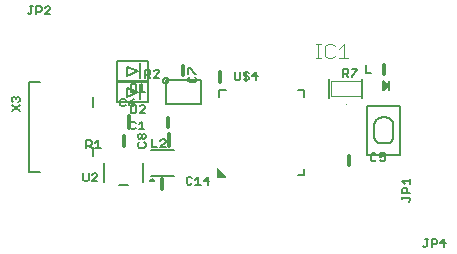
<source format=gbr>
G04 EAGLE Gerber RS-274X export*
G75*
%MOMM*%
%FSLAX34Y34*%
%LPD*%
%INSilkscreen Top*%
%IPPOS*%
%AMOC8*
5,1,8,0,0,1.08239X$1,22.5*%
G01*
%ADD10C,0.304800*%
%ADD11C,0.152400*%
%ADD12R,0.190500X0.889000*%
%ADD13C,0.127000*%
%ADD14C,0.203200*%
%ADD15C,0.010000*%
%ADD16C,0.075000*%
%ADD17C,0.101600*%
%ADD18R,0.200000X1.400000*%

G36*
X167728Y45864D02*
X167728Y45864D01*
X167816Y45873D01*
X167837Y45883D01*
X167861Y45887D01*
X167938Y45933D01*
X168017Y45972D01*
X168034Y45989D01*
X168054Y46002D01*
X168110Y46071D01*
X168171Y46135D01*
X168180Y46157D01*
X168195Y46176D01*
X168224Y46260D01*
X168259Y46342D01*
X168260Y46366D01*
X168267Y46388D01*
X168265Y46477D01*
X168269Y46566D01*
X168261Y46589D01*
X168261Y46613D01*
X168227Y46695D01*
X168200Y46780D01*
X168184Y46801D01*
X168176Y46820D01*
X168142Y46858D01*
X168088Y46930D01*
X161484Y53534D01*
X161411Y53585D01*
X161342Y53641D01*
X161320Y53649D01*
X161300Y53663D01*
X161214Y53685D01*
X161130Y53713D01*
X161106Y53713D01*
X161083Y53719D01*
X160994Y53709D01*
X160905Y53707D01*
X160883Y53698D01*
X160860Y53695D01*
X160780Y53656D01*
X160698Y53622D01*
X160680Y53606D01*
X160659Y53596D01*
X160598Y53531D01*
X160532Y53471D01*
X160521Y53450D01*
X160505Y53433D01*
X160470Y53351D01*
X160429Y53271D01*
X160426Y53245D01*
X160417Y53226D01*
X160415Y53176D01*
X160402Y53086D01*
X160402Y46482D01*
X160413Y46417D01*
X160415Y46351D01*
X160433Y46308D01*
X160441Y46261D01*
X160475Y46204D01*
X160500Y46144D01*
X160531Y46109D01*
X160556Y46068D01*
X160607Y46027D01*
X160651Y45978D01*
X160693Y45956D01*
X160730Y45927D01*
X160792Y45906D01*
X160851Y45875D01*
X160905Y45867D01*
X160942Y45855D01*
X160982Y45856D01*
X161036Y45848D01*
X167640Y45848D01*
X167728Y45864D01*
G37*
G36*
X301267Y119024D02*
X301267Y119024D01*
X301285Y119022D01*
X301387Y119050D01*
X301490Y119072D01*
X301505Y119081D01*
X301522Y119086D01*
X301667Y119171D01*
X306747Y122981D01*
X306750Y122984D01*
X306754Y122986D01*
X306835Y123073D01*
X306917Y123158D01*
X306919Y123162D01*
X306922Y123165D01*
X306972Y123274D01*
X307022Y123381D01*
X307022Y123385D01*
X307024Y123389D01*
X307037Y123507D01*
X307050Y123625D01*
X307050Y123629D01*
X307050Y123634D01*
X307024Y123750D01*
X307000Y123866D01*
X306997Y123870D01*
X306996Y123874D01*
X306935Y123976D01*
X306875Y124078D01*
X306871Y124081D01*
X306869Y124084D01*
X306747Y124199D01*
X301667Y128009D01*
X301651Y128017D01*
X301638Y128030D01*
X301623Y128037D01*
X301615Y128043D01*
X301565Y128063D01*
X301542Y128074D01*
X301449Y128123D01*
X301431Y128126D01*
X301415Y128133D01*
X301310Y128145D01*
X301206Y128161D01*
X301188Y128158D01*
X301171Y128160D01*
X301068Y128138D01*
X300963Y128120D01*
X300948Y128112D01*
X300930Y128108D01*
X300840Y128054D01*
X300747Y128004D01*
X300734Y127991D01*
X300719Y127982D01*
X300650Y127902D01*
X300578Y127825D01*
X300571Y127808D01*
X300559Y127795D01*
X300520Y127697D01*
X300476Y127601D01*
X300474Y127583D01*
X300467Y127567D01*
X300449Y127400D01*
X300449Y119780D01*
X300452Y119762D01*
X300450Y119745D01*
X300471Y119641D01*
X300489Y119537D01*
X300497Y119522D01*
X300501Y119504D01*
X300554Y119413D01*
X300604Y119320D01*
X300616Y119308D01*
X300626Y119292D01*
X300705Y119223D01*
X300782Y119151D01*
X300798Y119143D01*
X300812Y119131D01*
X300909Y119091D01*
X301005Y119047D01*
X301023Y119045D01*
X301039Y119038D01*
X301145Y119031D01*
X301249Y119020D01*
X301267Y119024D01*
G37*
D10*
X85775Y98190D02*
X85775Y88030D01*
D11*
X83068Y111580D02*
X81967Y112682D01*
X79764Y112682D01*
X78662Y111580D01*
X78662Y107174D01*
X79764Y106072D01*
X81967Y106072D01*
X83068Y107174D01*
X88349Y111580D02*
X90553Y112682D01*
X88349Y111580D02*
X86146Y109377D01*
X86146Y107174D01*
X87248Y106072D01*
X89451Y106072D01*
X90553Y107174D01*
X90553Y108275D01*
X89451Y109377D01*
X86146Y109377D01*
D10*
X162685Y126980D02*
X162685Y134980D01*
D11*
X137215Y130773D02*
X136113Y129672D01*
X136113Y127469D01*
X137215Y126367D01*
X141621Y126367D01*
X142723Y127469D01*
X142723Y129672D01*
X141621Y130773D01*
X136113Y133851D02*
X136113Y138258D01*
X137215Y138258D01*
X141621Y133851D01*
X142723Y133851D01*
D10*
X119415Y82400D02*
X119415Y72240D01*
D11*
X94445Y75613D02*
X93343Y74512D01*
X93343Y72309D01*
X94445Y71207D01*
X98851Y71207D01*
X99953Y72309D01*
X99953Y74512D01*
X98851Y75613D01*
X94445Y78691D02*
X93343Y79793D01*
X93343Y81996D01*
X94445Y83098D01*
X95547Y83098D01*
X96648Y81996D01*
X97750Y83098D01*
X98851Y83098D01*
X99953Y81996D01*
X99953Y79793D01*
X98851Y78691D01*
X97750Y78691D01*
X96648Y79793D01*
X95547Y78691D01*
X94445Y78691D01*
X96648Y79793D02*
X96648Y81996D01*
D12*
X306108Y123590D03*
D11*
X286732Y134512D02*
X286732Y141122D01*
X286732Y134512D02*
X291138Y134512D01*
D10*
X113538Y44271D02*
X113538Y36271D01*
D11*
X137925Y46373D02*
X139026Y45271D01*
X137925Y46373D02*
X135722Y46373D01*
X134620Y45271D01*
X134620Y40865D01*
X135722Y39763D01*
X137925Y39763D01*
X139026Y40865D01*
X142104Y44169D02*
X144307Y46373D01*
X144307Y39763D01*
X142104Y39763D02*
X146511Y39763D01*
X152893Y39763D02*
X152893Y46373D01*
X149588Y43068D01*
X153995Y43068D01*
D10*
X301625Y133160D02*
X301625Y141160D01*
D11*
X267099Y137674D02*
X267099Y131064D01*
X267099Y137674D02*
X270404Y137674D01*
X271505Y136572D01*
X271505Y134369D01*
X270404Y133267D01*
X267099Y133267D01*
X269302Y133267D02*
X271505Y131064D01*
X274583Y137674D02*
X278989Y137674D01*
X278989Y136572D01*
X274583Y132166D01*
X274583Y131064D01*
D13*
X315625Y106725D02*
X315625Y64725D01*
X287625Y64725D01*
X287625Y106725D01*
X315625Y106725D01*
X299625Y96725D02*
X299473Y96723D01*
X299321Y96717D01*
X299169Y96708D01*
X299018Y96694D01*
X298867Y96677D01*
X298716Y96656D01*
X298566Y96631D01*
X298417Y96602D01*
X298269Y96570D01*
X298121Y96533D01*
X297974Y96494D01*
X297829Y96450D01*
X297684Y96402D01*
X297541Y96352D01*
X297399Y96297D01*
X297259Y96239D01*
X297120Y96177D01*
X296983Y96112D01*
X296847Y96043D01*
X296713Y95971D01*
X296581Y95896D01*
X296451Y95817D01*
X296323Y95735D01*
X296197Y95650D01*
X296074Y95561D01*
X295952Y95470D01*
X295833Y95375D01*
X295717Y95278D01*
X295603Y95177D01*
X295491Y95074D01*
X295382Y94968D01*
X295276Y94859D01*
X295173Y94747D01*
X295072Y94633D01*
X294975Y94517D01*
X294880Y94398D01*
X294789Y94276D01*
X294700Y94153D01*
X294615Y94027D01*
X294533Y93899D01*
X294454Y93769D01*
X294379Y93637D01*
X294307Y93503D01*
X294238Y93367D01*
X294173Y93230D01*
X294111Y93091D01*
X294053Y92951D01*
X293998Y92809D01*
X293948Y92666D01*
X293900Y92521D01*
X293856Y92376D01*
X293817Y92229D01*
X293780Y92081D01*
X293748Y91933D01*
X293719Y91784D01*
X293694Y91634D01*
X293673Y91483D01*
X293656Y91332D01*
X293642Y91181D01*
X293633Y91029D01*
X293627Y90877D01*
X293625Y90725D01*
X299625Y96725D02*
X303625Y96725D01*
X303777Y96723D01*
X303929Y96717D01*
X304081Y96708D01*
X304232Y96694D01*
X304383Y96677D01*
X304534Y96656D01*
X304684Y96631D01*
X304833Y96602D01*
X304981Y96570D01*
X305129Y96533D01*
X305276Y96494D01*
X305421Y96450D01*
X305566Y96402D01*
X305709Y96352D01*
X305851Y96297D01*
X305991Y96239D01*
X306130Y96177D01*
X306267Y96112D01*
X306403Y96043D01*
X306537Y95971D01*
X306669Y95896D01*
X306799Y95817D01*
X306927Y95735D01*
X307053Y95650D01*
X307176Y95561D01*
X307298Y95470D01*
X307417Y95375D01*
X307533Y95278D01*
X307647Y95177D01*
X307759Y95074D01*
X307868Y94968D01*
X307974Y94859D01*
X308077Y94747D01*
X308178Y94633D01*
X308275Y94517D01*
X308370Y94398D01*
X308461Y94276D01*
X308550Y94153D01*
X308635Y94027D01*
X308717Y93899D01*
X308796Y93769D01*
X308871Y93637D01*
X308943Y93503D01*
X309012Y93367D01*
X309077Y93230D01*
X309139Y93091D01*
X309197Y92951D01*
X309252Y92809D01*
X309302Y92666D01*
X309350Y92521D01*
X309394Y92376D01*
X309433Y92229D01*
X309470Y92081D01*
X309502Y91933D01*
X309531Y91784D01*
X309556Y91634D01*
X309577Y91483D01*
X309594Y91332D01*
X309608Y91181D01*
X309617Y91029D01*
X309623Y90877D01*
X309625Y90725D01*
X309625Y80725D01*
X309623Y80573D01*
X309617Y80421D01*
X309608Y80269D01*
X309594Y80118D01*
X309577Y79967D01*
X309556Y79816D01*
X309531Y79666D01*
X309502Y79517D01*
X309470Y79369D01*
X309433Y79221D01*
X309394Y79074D01*
X309350Y78929D01*
X309302Y78784D01*
X309252Y78641D01*
X309197Y78499D01*
X309139Y78359D01*
X309077Y78220D01*
X309012Y78083D01*
X308943Y77947D01*
X308871Y77813D01*
X308796Y77681D01*
X308717Y77551D01*
X308635Y77423D01*
X308550Y77297D01*
X308461Y77174D01*
X308370Y77052D01*
X308275Y76933D01*
X308178Y76817D01*
X308077Y76703D01*
X307974Y76591D01*
X307868Y76482D01*
X307759Y76376D01*
X307647Y76273D01*
X307533Y76172D01*
X307417Y76075D01*
X307298Y75980D01*
X307176Y75889D01*
X307053Y75800D01*
X306927Y75715D01*
X306799Y75633D01*
X306669Y75554D01*
X306537Y75479D01*
X306403Y75407D01*
X306267Y75338D01*
X306130Y75273D01*
X305991Y75211D01*
X305851Y75153D01*
X305709Y75098D01*
X305566Y75048D01*
X305421Y75000D01*
X305276Y74956D01*
X305129Y74917D01*
X304981Y74880D01*
X304833Y74848D01*
X304684Y74819D01*
X304534Y74794D01*
X304383Y74773D01*
X304232Y74756D01*
X304081Y74742D01*
X303929Y74733D01*
X303777Y74727D01*
X303625Y74725D01*
X299625Y74725D01*
X299473Y74727D01*
X299321Y74733D01*
X299169Y74742D01*
X299018Y74756D01*
X298867Y74773D01*
X298716Y74794D01*
X298566Y74819D01*
X298417Y74848D01*
X298269Y74880D01*
X298121Y74917D01*
X297974Y74956D01*
X297829Y75000D01*
X297684Y75048D01*
X297541Y75098D01*
X297399Y75153D01*
X297259Y75211D01*
X297120Y75273D01*
X296983Y75338D01*
X296847Y75407D01*
X296713Y75479D01*
X296581Y75554D01*
X296451Y75633D01*
X296323Y75715D01*
X296197Y75800D01*
X296074Y75889D01*
X295952Y75980D01*
X295833Y76075D01*
X295717Y76172D01*
X295603Y76273D01*
X295491Y76376D01*
X295382Y76482D01*
X295276Y76591D01*
X295173Y76703D01*
X295072Y76817D01*
X294975Y76933D01*
X294880Y77052D01*
X294789Y77174D01*
X294700Y77297D01*
X294615Y77423D01*
X294533Y77551D01*
X294454Y77681D01*
X294379Y77813D01*
X294307Y77947D01*
X294238Y78083D01*
X294173Y78220D01*
X294111Y78359D01*
X294053Y78499D01*
X293998Y78641D01*
X293948Y78784D01*
X293900Y78929D01*
X293856Y79074D01*
X293817Y79221D01*
X293780Y79369D01*
X293748Y79517D01*
X293719Y79666D01*
X293694Y79816D01*
X293673Y79967D01*
X293656Y80118D01*
X293642Y80269D01*
X293633Y80421D01*
X293627Y80573D01*
X293625Y80725D01*
X293625Y90725D01*
X55450Y105900D02*
X55450Y113900D01*
X55450Y71900D02*
X55450Y63900D01*
X10450Y126900D02*
X1450Y126900D01*
X1450Y50900D01*
X10450Y50900D01*
D11*
X-13314Y102474D02*
X-6704Y106880D01*
X-6704Y102474D02*
X-13314Y106880D01*
X-12212Y109958D02*
X-13314Y111059D01*
X-13314Y113263D01*
X-12212Y114364D01*
X-11110Y114364D01*
X-10009Y113263D01*
X-10009Y112161D01*
X-10009Y113263D02*
X-8907Y114364D01*
X-7806Y114364D01*
X-6704Y113263D01*
X-6704Y111059D01*
X-7806Y109958D01*
D14*
X97780Y58165D02*
X97780Y42165D01*
X64780Y42165D02*
X64780Y58165D01*
X77280Y39665D02*
X85280Y39665D01*
D11*
X47294Y43901D02*
X47294Y49409D01*
X47294Y43901D02*
X48395Y42799D01*
X50599Y42799D01*
X51700Y43901D01*
X51700Y49409D01*
X54778Y42799D02*
X59184Y42799D01*
X54778Y42799D02*
X59184Y47205D01*
X59184Y48307D01*
X58083Y49409D01*
X55879Y49409D01*
X54778Y48307D01*
D13*
X162120Y119820D02*
X167620Y119820D01*
X162120Y119820D02*
X162120Y114320D01*
X228620Y119820D02*
X234120Y119820D01*
X234120Y114320D01*
X234120Y53320D02*
X234120Y47820D01*
X228620Y47820D01*
D11*
X175382Y129684D02*
X175382Y135192D01*
X175382Y129684D02*
X176484Y128582D01*
X178687Y128582D01*
X179788Y129684D01*
X179788Y135192D01*
X182866Y129684D02*
X183968Y128582D01*
X186171Y128582D01*
X187273Y129684D01*
X187273Y130785D01*
X186171Y131887D01*
X183968Y131887D01*
X182866Y132988D01*
X182866Y134090D01*
X183968Y135192D01*
X186171Y135192D01*
X187273Y134090D01*
X185069Y136293D02*
X185069Y127480D01*
X193655Y128582D02*
X193655Y135192D01*
X190350Y131887D01*
X194757Y131887D01*
D10*
X119126Y96710D02*
X119126Y88710D01*
D11*
X91546Y92122D02*
X90445Y93224D01*
X88241Y93224D01*
X87140Y92122D01*
X87140Y87716D01*
X88241Y86614D01*
X90445Y86614D01*
X91546Y87716D01*
X94624Y91020D02*
X96827Y93224D01*
X96827Y86614D01*
X94624Y86614D02*
X99030Y86614D01*
D10*
X272415Y64325D02*
X272415Y56325D01*
D11*
X294262Y66427D02*
X295363Y65325D01*
X294262Y66427D02*
X292059Y66427D01*
X290957Y65325D01*
X290957Y60919D01*
X292059Y59817D01*
X294262Y59817D01*
X295363Y60919D01*
X298441Y66427D02*
X302848Y66427D01*
X298441Y66427D02*
X298441Y63122D01*
X300644Y64223D01*
X301746Y64223D01*
X302848Y63122D01*
X302848Y60919D01*
X301746Y59817D01*
X299543Y59817D01*
X298441Y60919D01*
D10*
X81915Y72835D02*
X81915Y80835D01*
D11*
X49929Y77349D02*
X49929Y70739D01*
X49929Y77349D02*
X53234Y77349D01*
X54335Y76247D01*
X54335Y74044D01*
X53234Y72942D01*
X49929Y72942D01*
X52132Y72942D02*
X54335Y70739D01*
X57413Y75145D02*
X59616Y77349D01*
X59616Y70739D01*
X57413Y70739D02*
X61819Y70739D01*
D15*
X269240Y108285D02*
X269240Y108385D01*
D13*
X283440Y113285D02*
X283440Y129285D01*
X255040Y129285D02*
X255040Y113285D01*
D16*
X256540Y127785D02*
X282040Y127785D01*
X282040Y114685D01*
X256540Y114685D01*
X256540Y127785D01*
D17*
X248246Y147193D02*
X244348Y147193D01*
X246297Y147193D02*
X246297Y158887D01*
X244348Y158887D02*
X248246Y158887D01*
X257991Y158887D02*
X259940Y156938D01*
X257991Y158887D02*
X254093Y158887D01*
X252144Y156938D01*
X252144Y149142D01*
X254093Y147193D01*
X257991Y147193D01*
X259940Y149142D01*
X263838Y154989D02*
X267736Y158887D01*
X267736Y147193D01*
X263838Y147193D02*
X271634Y147193D01*
D11*
X93900Y135890D02*
X83900Y131890D01*
X83900Y139890D01*
X93900Y135890D01*
D13*
X102400Y127640D02*
X75400Y127640D01*
X75400Y144140D01*
X102400Y144140D01*
X102400Y127640D01*
D18*
X94900Y135890D03*
D11*
X87394Y124974D02*
X87394Y118364D01*
X90699Y118364D01*
X91800Y119466D01*
X91800Y123872D01*
X90699Y124974D01*
X87394Y124974D01*
X94878Y122770D02*
X97081Y124974D01*
X97081Y118364D01*
X94878Y118364D02*
X99284Y118364D01*
X1102Y184150D02*
X0Y185252D01*
X1102Y184150D02*
X2203Y184150D01*
X3305Y185252D01*
X3305Y190760D01*
X4406Y190760D02*
X2203Y190760D01*
X7484Y190760D02*
X7484Y184150D01*
X7484Y190760D02*
X10789Y190760D01*
X11891Y189658D01*
X11891Y187455D01*
X10789Y186353D01*
X7484Y186353D01*
X14968Y184150D02*
X19375Y184150D01*
X19375Y188556D02*
X14968Y184150D01*
X19375Y188556D02*
X19375Y189658D01*
X18273Y190760D01*
X16070Y190760D01*
X14968Y189658D01*
X334672Y-11852D02*
X335773Y-12954D01*
X336875Y-12954D01*
X337976Y-11852D01*
X337976Y-6344D01*
X336875Y-6344D02*
X339078Y-6344D01*
X342156Y-6344D02*
X342156Y-12954D01*
X342156Y-6344D02*
X345461Y-6344D01*
X346562Y-7446D01*
X346562Y-9649D01*
X345461Y-10751D01*
X342156Y-10751D01*
X352945Y-12954D02*
X352945Y-6344D01*
X349640Y-9649D01*
X354046Y-9649D01*
X93900Y118110D02*
X83900Y114110D01*
X83900Y122110D01*
X93900Y118110D01*
D13*
X102400Y109860D02*
X75400Y109860D01*
X75400Y126360D01*
X102400Y126360D01*
X102400Y109860D01*
D18*
X94900Y118110D03*
D11*
X87394Y107194D02*
X87394Y100584D01*
X90699Y100584D01*
X91800Y101686D01*
X91800Y106092D01*
X90699Y107194D01*
X87394Y107194D01*
X94878Y100584D02*
X99284Y100584D01*
X94878Y100584D02*
X99284Y104990D01*
X99284Y106092D01*
X98183Y107194D01*
X95979Y107194D01*
X94878Y106092D01*
X322748Y25400D02*
X323850Y26502D01*
X323850Y27603D01*
X322748Y28705D01*
X317240Y28705D01*
X317240Y29806D02*
X317240Y27603D01*
X317240Y32884D02*
X323850Y32884D01*
X317240Y32884D02*
X317240Y36189D01*
X318342Y37291D01*
X320545Y37291D01*
X321647Y36189D01*
X321647Y32884D01*
X319444Y40368D02*
X317240Y42572D01*
X323850Y42572D01*
X323850Y44775D02*
X323850Y40368D01*
D13*
X124300Y46785D02*
X104300Y46785D01*
X104300Y68785D02*
X124300Y68785D01*
X106300Y42785D02*
X103300Y42785D01*
X106300Y42785D02*
X107300Y42785D01*
X105300Y44785D01*
X103300Y42785D01*
X104300Y42785D01*
X105300Y43785D01*
D11*
X105062Y71547D02*
X105062Y78157D01*
X105062Y71547D02*
X109468Y71547D01*
X112546Y71547D02*
X116953Y71547D01*
X116953Y75953D02*
X112546Y71547D01*
X116953Y75953D02*
X116953Y77055D01*
X115851Y78157D01*
X113648Y78157D01*
X112546Y77055D01*
D13*
X117080Y128110D02*
X147080Y128110D01*
X147080Y108110D01*
X117080Y108110D01*
X117080Y128110D01*
X114844Y128110D02*
X114846Y128204D01*
X114852Y128298D01*
X114862Y128392D01*
X114876Y128485D01*
X114894Y128578D01*
X114915Y128670D01*
X114941Y128760D01*
X114970Y128850D01*
X115003Y128938D01*
X115040Y129025D01*
X115080Y129110D01*
X115124Y129194D01*
X115172Y129275D01*
X115222Y129355D01*
X115277Y129432D01*
X115334Y129507D01*
X115394Y129579D01*
X115458Y129649D01*
X115524Y129716D01*
X115593Y129780D01*
X115665Y129841D01*
X115739Y129899D01*
X115816Y129954D01*
X115895Y130006D01*
X115976Y130054D01*
X116059Y130099D01*
X116143Y130140D01*
X116230Y130178D01*
X116318Y130212D01*
X116407Y130242D01*
X116497Y130269D01*
X116589Y130291D01*
X116681Y130310D01*
X116775Y130325D01*
X116868Y130336D01*
X116962Y130343D01*
X117056Y130346D01*
X117151Y130345D01*
X117245Y130340D01*
X117339Y130331D01*
X117432Y130318D01*
X117525Y130301D01*
X117617Y130281D01*
X117708Y130256D01*
X117798Y130228D01*
X117886Y130196D01*
X117974Y130160D01*
X118059Y130120D01*
X118143Y130077D01*
X118225Y130031D01*
X118305Y129981D01*
X118383Y129927D01*
X118458Y129871D01*
X118531Y129811D01*
X118602Y129748D01*
X118669Y129683D01*
X118734Y129614D01*
X118796Y129543D01*
X118855Y129470D01*
X118911Y129394D01*
X118963Y129315D01*
X119012Y129235D01*
X119058Y129152D01*
X119100Y129068D01*
X119139Y128982D01*
X119174Y128894D01*
X119205Y128805D01*
X119233Y128715D01*
X119256Y128624D01*
X119276Y128532D01*
X119292Y128439D01*
X119304Y128345D01*
X119312Y128251D01*
X119316Y128157D01*
X119316Y128063D01*
X119312Y127969D01*
X119304Y127875D01*
X119292Y127781D01*
X119276Y127688D01*
X119256Y127596D01*
X119233Y127505D01*
X119205Y127415D01*
X119174Y127326D01*
X119139Y127238D01*
X119100Y127152D01*
X119058Y127068D01*
X119012Y126985D01*
X118963Y126905D01*
X118911Y126826D01*
X118855Y126750D01*
X118796Y126677D01*
X118734Y126606D01*
X118669Y126537D01*
X118602Y126472D01*
X118531Y126409D01*
X118458Y126349D01*
X118383Y126293D01*
X118305Y126239D01*
X118225Y126189D01*
X118143Y126143D01*
X118059Y126100D01*
X117974Y126060D01*
X117886Y126024D01*
X117798Y125992D01*
X117708Y125964D01*
X117617Y125939D01*
X117525Y125919D01*
X117432Y125902D01*
X117339Y125889D01*
X117245Y125880D01*
X117151Y125875D01*
X117056Y125874D01*
X116962Y125877D01*
X116868Y125884D01*
X116775Y125895D01*
X116681Y125910D01*
X116589Y125929D01*
X116497Y125951D01*
X116407Y125978D01*
X116318Y126008D01*
X116230Y126042D01*
X116143Y126080D01*
X116059Y126121D01*
X115976Y126166D01*
X115895Y126214D01*
X115816Y126266D01*
X115739Y126321D01*
X115665Y126379D01*
X115593Y126440D01*
X115524Y126504D01*
X115458Y126571D01*
X115394Y126641D01*
X115334Y126713D01*
X115277Y126788D01*
X115222Y126865D01*
X115172Y126945D01*
X115124Y127026D01*
X115080Y127110D01*
X115040Y127195D01*
X115003Y127282D01*
X114970Y127370D01*
X114941Y127460D01*
X114915Y127550D01*
X114894Y127642D01*
X114876Y127735D01*
X114862Y127828D01*
X114852Y127922D01*
X114846Y128016D01*
X114844Y128110D01*
D10*
X131445Y132525D02*
X131445Y140525D01*
D11*
X99459Y137039D02*
X99459Y130429D01*
X99459Y137039D02*
X102764Y137039D01*
X103865Y135937D01*
X103865Y133734D01*
X102764Y132632D01*
X99459Y132632D01*
X101662Y132632D02*
X103865Y130429D01*
X106943Y130429D02*
X111349Y130429D01*
X106943Y130429D02*
X111349Y134835D01*
X111349Y135937D01*
X110248Y137039D01*
X108044Y137039D01*
X106943Y135937D01*
M02*

</source>
